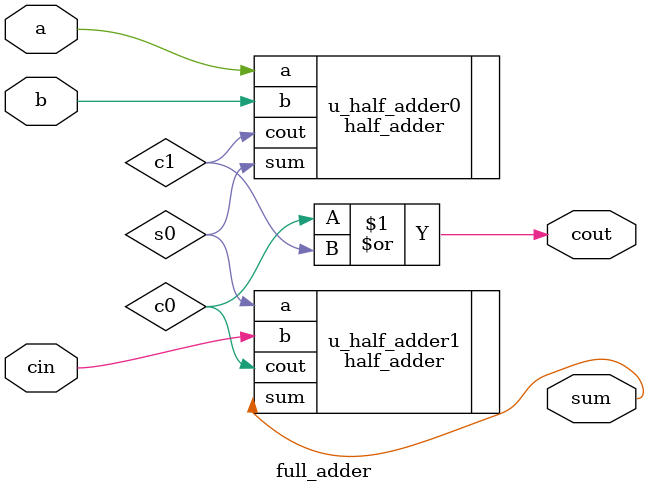
<source format=sv>
module full_adder (
    input logic a,
    input logic b,
    input logic cin,

    output logic sum,
    output logic cout
);
    logic s0;
    logic c0;
    logic c1;

    //instance 1
    half_adder u_half_adder0(
        .a(a),
        .b(b),
        .sum(s0),
        .cout(c1)
    );

    //instance 2
    half_adder u_half_adder1(
        .a(s0),
        .b(cin),
        .sum(sum),
        .cout(c0)
    );

    assign cout = c0 | c1;
endmodule
</source>
